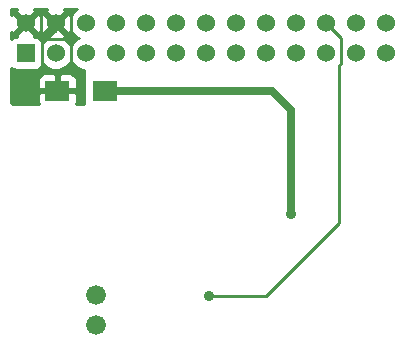
<source format=gbr>
G04 #@! TF.FileFunction,Copper,L1,Top,Signal*
%FSLAX46Y46*%
G04 Gerber Fmt 4.6, Leading zero omitted, Abs format (unit mm)*
G04 Created by KiCad (PCBNEW 4.0.1-stable) date 6/18/2016 3:55:33 PM*
%MOMM*%
G01*
G04 APERTURE LIST*
%ADD10C,0.150000*%
%ADD11R,1.524000X1.524000*%
%ADD12C,1.524000*%
%ADD13C,1.676400*%
%ADD14R,2.000000X1.700000*%
%ADD15C,0.889000*%
%ADD16C,0.254000*%
%ADD17C,0.635000*%
G04 APERTURE END LIST*
D10*
D11*
X1905000Y-4445000D03*
D12*
X1905000Y-1905000D03*
X4445000Y-4445000D03*
X4445000Y-1905000D03*
X6985000Y-4445000D03*
X6985000Y-1905000D03*
X9525000Y-4445000D03*
X9525000Y-1905000D03*
X12065000Y-4445000D03*
X12065000Y-1905000D03*
X14605000Y-4445000D03*
X14605000Y-1905000D03*
X17145000Y-4445000D03*
X17145000Y-1905000D03*
X19685000Y-4445000D03*
X19685000Y-1905000D03*
X22225000Y-4445000D03*
X22225000Y-1905000D03*
X24765000Y-4445000D03*
X24765000Y-1905000D03*
X27305000Y-4445000D03*
X27305000Y-1905000D03*
X29845000Y-4445000D03*
X29845000Y-1905000D03*
X32385000Y-4445000D03*
X32385000Y-1905000D03*
D13*
X7874000Y-24892000D03*
X7874000Y-27432000D03*
D14*
X4604000Y-7620000D03*
X8604000Y-7620000D03*
D15*
X24384000Y-18034000D03*
X17399000Y-25019000D03*
D16*
X4445000Y-1905000D02*
X4445000Y-2445000D01*
X4445000Y-2445000D02*
X3330000Y-3560000D01*
X3330000Y-3560000D02*
X3330000Y-5870000D01*
X3330000Y-5870000D02*
X3410000Y-5950000D01*
X3224000Y-3200000D02*
X3224000Y-914000D01*
X5764000Y-3200000D02*
X5764000Y-914000D01*
X3224000Y-3200000D02*
X5764000Y-3200000D01*
X5764000Y-3200000D02*
X5764000Y-5232000D01*
X1905000Y-1905000D02*
X1929000Y-1905000D01*
X1929000Y-1905000D02*
X3224000Y-3200000D01*
D17*
X8604000Y-7620000D02*
X22733000Y-7620000D01*
X24384000Y-9271000D02*
X24384000Y-18034000D01*
X22733000Y-7620000D02*
X24384000Y-9271000D01*
D16*
X12065000Y-4445000D02*
X12139000Y-4445000D01*
X27305000Y-1905000D02*
X28575000Y-3175000D01*
X22225000Y-25019000D02*
X17399000Y-25019000D01*
X28448000Y-18796000D02*
X22225000Y-25019000D01*
X28448000Y-5461000D02*
X28448000Y-18796000D01*
X28575000Y-5334000D02*
X28448000Y-5461000D01*
X28575000Y-3175000D02*
X28575000Y-5334000D01*
G36*
X5799990Y-5235303D02*
X6192630Y-5628629D01*
X6705900Y-5841757D01*
X6858000Y-5841890D01*
X6858000Y-8713000D01*
X6190665Y-8713000D01*
X6239000Y-8596310D01*
X6239000Y-7905750D01*
X6080250Y-7747000D01*
X4731000Y-7747000D01*
X4731000Y-7767000D01*
X4477000Y-7767000D01*
X4477000Y-7747000D01*
X3127750Y-7747000D01*
X2969000Y-7905750D01*
X2969000Y-8596310D01*
X3017335Y-8713000D01*
X829467Y-8713000D01*
X737668Y-8694740D01*
X717043Y-8680958D01*
X703260Y-8660331D01*
X685000Y-8568533D01*
X685000Y-6643690D01*
X2969000Y-6643690D01*
X2969000Y-7334250D01*
X3127750Y-7493000D01*
X4477000Y-7493000D01*
X4477000Y-6293750D01*
X4731000Y-6293750D01*
X4731000Y-7493000D01*
X6080250Y-7493000D01*
X6239000Y-7334250D01*
X6239000Y-6643690D01*
X6142327Y-6410301D01*
X5963698Y-6231673D01*
X5730309Y-6135000D01*
X4889750Y-6135000D01*
X4731000Y-6293750D01*
X4477000Y-6293750D01*
X4318250Y-6135000D01*
X3477691Y-6135000D01*
X3244302Y-6231673D01*
X3065673Y-6410301D01*
X2969000Y-6643690D01*
X685000Y-6643690D01*
X685000Y-5662602D01*
X891110Y-5803431D01*
X1143000Y-5854440D01*
X2667000Y-5854440D01*
X2902317Y-5810162D01*
X3118441Y-5671090D01*
X3263431Y-5458890D01*
X3300492Y-5275876D01*
X3652630Y-5628629D01*
X4165900Y-5841757D01*
X4721661Y-5842242D01*
X5235303Y-5630010D01*
X5628629Y-5237370D01*
X5714949Y-5029488D01*
X5799990Y-5235303D01*
X5799990Y-5235303D01*
G37*
X5799990Y-5235303D02*
X6192630Y-5628629D01*
X6705900Y-5841757D01*
X6858000Y-5841890D01*
X6858000Y-8713000D01*
X6190665Y-8713000D01*
X6239000Y-8596310D01*
X6239000Y-7905750D01*
X6080250Y-7747000D01*
X4731000Y-7747000D01*
X4731000Y-7767000D01*
X4477000Y-7767000D01*
X4477000Y-7747000D01*
X3127750Y-7747000D01*
X2969000Y-7905750D01*
X2969000Y-8596310D01*
X3017335Y-8713000D01*
X829467Y-8713000D01*
X737668Y-8694740D01*
X717043Y-8680958D01*
X703260Y-8660331D01*
X685000Y-8568533D01*
X685000Y-6643690D01*
X2969000Y-6643690D01*
X2969000Y-7334250D01*
X3127750Y-7493000D01*
X4477000Y-7493000D01*
X4477000Y-6293750D01*
X4731000Y-6293750D01*
X4731000Y-7493000D01*
X6080250Y-7493000D01*
X6239000Y-7334250D01*
X6239000Y-6643690D01*
X6142327Y-6410301D01*
X5963698Y-6231673D01*
X5730309Y-6135000D01*
X4889750Y-6135000D01*
X4731000Y-6293750D01*
X4477000Y-6293750D01*
X4318250Y-6135000D01*
X3477691Y-6135000D01*
X3244302Y-6231673D01*
X3065673Y-6410301D01*
X2969000Y-6643690D01*
X685000Y-6643690D01*
X685000Y-5662602D01*
X891110Y-5803431D01*
X1143000Y-5854440D01*
X2667000Y-5854440D01*
X2902317Y-5810162D01*
X3118441Y-5671090D01*
X3263431Y-5458890D01*
X3300492Y-5275876D01*
X3652630Y-5628629D01*
X4165900Y-5841757D01*
X4721661Y-5842242D01*
X5235303Y-5630010D01*
X5628629Y-5237370D01*
X5714949Y-5029488D01*
X5799990Y-5235303D01*
G36*
X1104392Y-924787D02*
X1905000Y-1725395D01*
X2705608Y-924787D01*
X2636831Y-685000D01*
X3713169Y-685000D01*
X3644392Y-924787D01*
X4445000Y-1725395D01*
X5245608Y-924787D01*
X5176831Y-685000D01*
X6279379Y-685000D01*
X6194697Y-719990D01*
X5801371Y-1112630D01*
X5721605Y-1304727D01*
X5667397Y-1173857D01*
X5425213Y-1104392D01*
X4624605Y-1905000D01*
X5425213Y-2705608D01*
X5667397Y-2636143D01*
X5717509Y-2495682D01*
X5799990Y-2695303D01*
X6192630Y-3088629D01*
X6400512Y-3174949D01*
X6194697Y-3259990D01*
X5801371Y-3652630D01*
X5715051Y-3860512D01*
X5630010Y-3654697D01*
X5237370Y-3261371D01*
X5045273Y-3181605D01*
X5176143Y-3127397D01*
X5245608Y-2885213D01*
X4445000Y-2084605D01*
X3644392Y-2885213D01*
X3713857Y-3127397D01*
X3854318Y-3177509D01*
X3654697Y-3259990D01*
X3301237Y-3612833D01*
X3270162Y-3447683D01*
X3131090Y-3231559D01*
X2918890Y-3086569D01*
X2667000Y-3035560D01*
X2662484Y-3035560D01*
X2705608Y-2885213D01*
X1905000Y-2084605D01*
X1104392Y-2885213D01*
X1147516Y-3035560D01*
X1143000Y-3035560D01*
X907683Y-3079838D01*
X691559Y-3218910D01*
X685000Y-3228509D01*
X685000Y-2636831D01*
X924787Y-2705608D01*
X1725395Y-1905000D01*
X2084605Y-1905000D01*
X2885213Y-2705608D01*
X3127397Y-2636143D01*
X3171453Y-2512656D01*
X3222603Y-2636143D01*
X3464787Y-2705608D01*
X4265395Y-1905000D01*
X3464787Y-1104392D01*
X3222603Y-1173857D01*
X3178547Y-1297344D01*
X3127397Y-1173857D01*
X2885213Y-1104392D01*
X2084605Y-1905000D01*
X1725395Y-1905000D01*
X924787Y-1104392D01*
X685000Y-1173169D01*
X685000Y-685000D01*
X1173169Y-685000D01*
X1104392Y-924787D01*
X1104392Y-924787D01*
G37*
X1104392Y-924787D02*
X1905000Y-1725395D01*
X2705608Y-924787D01*
X2636831Y-685000D01*
X3713169Y-685000D01*
X3644392Y-924787D01*
X4445000Y-1725395D01*
X5245608Y-924787D01*
X5176831Y-685000D01*
X6279379Y-685000D01*
X6194697Y-719990D01*
X5801371Y-1112630D01*
X5721605Y-1304727D01*
X5667397Y-1173857D01*
X5425213Y-1104392D01*
X4624605Y-1905000D01*
X5425213Y-2705608D01*
X5667397Y-2636143D01*
X5717509Y-2495682D01*
X5799990Y-2695303D01*
X6192630Y-3088629D01*
X6400512Y-3174949D01*
X6194697Y-3259990D01*
X5801371Y-3652630D01*
X5715051Y-3860512D01*
X5630010Y-3654697D01*
X5237370Y-3261371D01*
X5045273Y-3181605D01*
X5176143Y-3127397D01*
X5245608Y-2885213D01*
X4445000Y-2084605D01*
X3644392Y-2885213D01*
X3713857Y-3127397D01*
X3854318Y-3177509D01*
X3654697Y-3259990D01*
X3301237Y-3612833D01*
X3270162Y-3447683D01*
X3131090Y-3231559D01*
X2918890Y-3086569D01*
X2667000Y-3035560D01*
X2662484Y-3035560D01*
X2705608Y-2885213D01*
X1905000Y-2084605D01*
X1104392Y-2885213D01*
X1147516Y-3035560D01*
X1143000Y-3035560D01*
X907683Y-3079838D01*
X691559Y-3218910D01*
X685000Y-3228509D01*
X685000Y-2636831D01*
X924787Y-2705608D01*
X1725395Y-1905000D01*
X2084605Y-1905000D01*
X2885213Y-2705608D01*
X3127397Y-2636143D01*
X3171453Y-2512656D01*
X3222603Y-2636143D01*
X3464787Y-2705608D01*
X4265395Y-1905000D01*
X3464787Y-1104392D01*
X3222603Y-1173857D01*
X3178547Y-1297344D01*
X3127397Y-1173857D01*
X2885213Y-1104392D01*
X2084605Y-1905000D01*
X1725395Y-1905000D01*
X924787Y-1104392D01*
X685000Y-1173169D01*
X685000Y-685000D01*
X1173169Y-685000D01*
X1104392Y-924787D01*
M02*

</source>
